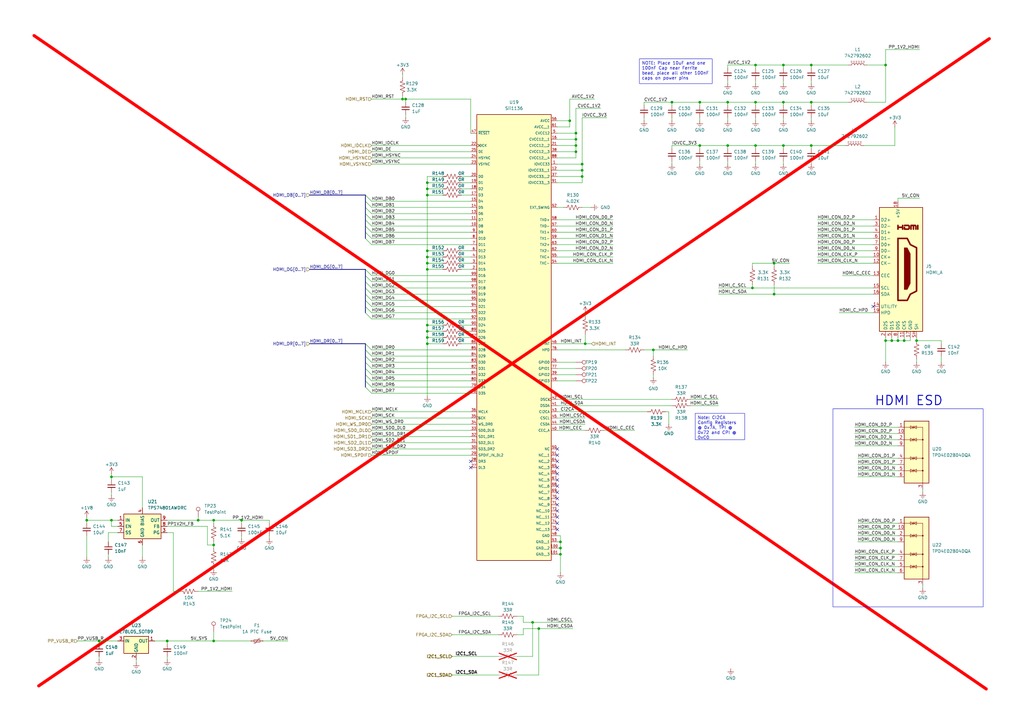
<source format=kicad_sch>
(kicad_sch (version 20250114) (generator "eeschema") (generator_version "9.0")
  (paper "A3")
  (title_block (title "HDMI Transmitter") (date "2025-02-18") (rev "3.0") (company "Drexel University") (comment 1 "Designed by John Hofmeyr"))
  (rectangle (start 341.63 167.64) (end 403.225 248.92))
  (text "HDMI ESD" (at 372.745 164.465 0) (effects (font (size 3.81 3.81) (thickness 0.381) (bold yes))))
  (text_box "Note: CI2CA Config Registers @ 0x7A, TPI @ 0x72 and CPI @ 0xC0" (at 285.115 169.545 0) (size 20.32 10.795) (margins 0.9525 0.9525 0.9525 0.9525) (effects (font (size 1.27 1.27)) (justify left top)))
  (text_box "NOTE: Place 10uF and one 100nF Cap near Ferrite bead, place all other 100nF caps on power pins\n" (at 262.255 24.13 0) (size 29.845 10.16) (margins 0.9525 0.9525 0.9525 0.9525) (effects (font (size 1.27 1.27)) (justify left top)))
  (junction (at 275.59 41.91))
  (junction (at 309.88 26.67))
  (junction (at 332.74 59.69))
  (junction (at 236.22 59.69))
  (junction (at 99.06 213.36))
  (junction (at 175.26 80.01))
  (junction (at 238.76 67.31))
  (junction (at 363.22 139.7))
  (junction (at 87.63 223.52))
  (junction (at 309.88 59.69))
  (junction (at 308.61 118.11))
  (junction (at 175.26 110.49))
  (junction (at 363.22 26.67))
  (junction (at 236.22 57.15))
  (junction (at 166.37 40.64))
  (junction (at 317.5 107.95))
  (junction (at 68.58 262.89))
  (junction (at 287.02 41.91))
  (junction (at 45.72 195.58))
  (junction (at 321.31 41.91))
  (junction (at 321.31 26.67))
  (junction (at 40.64 262.89))
  (junction (at 238.76 69.85))
  (junction (at 267.97 143.51))
  (junction (at 175.26 105.41))
  (junction (at 298.45 59.69))
  (junction (at 81.28 213.36))
  (junction (at 321.31 59.69))
  (junction (at 375.92 139.7))
  (junction (at 370.84 139.7))
  (junction (at 175.26 135.89))
  (junction (at 332.74 41.91))
  (junction (at 175.26 140.97))
  (junction (at 317.5 120.65))
  (junction (at 229.87 227.33))
  (junction (at 165.1 40.64))
  (junction (at 233.68 49.53))
  (junction (at 35.56 213.36))
  (junction (at 45.72 213.36))
  (junction (at 236.22 62.23))
  (junction (at 309.88 41.91))
  (junction (at 236.22 54.61))
  (junction (at 229.87 224.79))
  (junction (at 368.3 139.7))
  (junction (at 229.87 222.25))
  (junction (at 218.44 255.27))
  (junction (at 175.26 77.47))
  (junction (at 332.74 26.67))
  (junction (at 238.76 72.39))
  (junction (at 87.63 262.89))
  (junction (at 287.02 59.69))
  (junction (at 240.03 140.97))
  (junction (at 175.26 138.43))
  (junction (at 175.26 74.93))
  (junction (at 365.76 139.7))
  (junction (at 175.26 107.95))
  (junction (at 298.45 41.91))
  (junction (at 175.26 133.35))
  (junction (at 87.63 213.36))
  (junction (at 220.98 257.81))
  (junction (at 175.26 102.87))
  (no_connect (at 228.6 201.93))
  (no_connect (at 228.6 196.85))
  (no_connect (at 228.6 207.01))
  (no_connect (at 228.6 186.69))
  (no_connect (at 228.6 194.31))
  (no_connect (at 228.6 214.63))
  (no_connect (at 228.6 199.39))
  (no_connect (at 228.6 217.17))
  (no_connect (at 228.6 189.23))
  (no_connect (at 228.6 184.15))
  (no_connect (at 228.6 191.77))
  (no_connect (at 193.04 191.77))
  (no_connect (at 228.6 212.09))
  (no_connect (at 193.04 189.23))
  (no_connect (at 228.6 209.55))
  (no_connect (at 358.14 125.73))
  (no_connect (at 228.6 204.47))
  (bus_entry (at 149.86 148.59) (size 2.54 2.54))
  (bus_entry (at 149.86 125.73) (size 2.54 2.54))
  (bus_entry (at 149.86 110.49) (size 2.54 2.54))
  (bus_entry (at 149.86 123.19) (size 2.54 2.54))
  (bus_entry (at 149.86 85.09) (size 2.54 2.54))
  (bus_entry (at 149.86 128.27) (size 2.54 2.54))
  (bus_entry (at 149.86 90.17) (size 2.54 2.54))
  (bus_entry (at 149.86 113.03) (size 2.54 2.54))
  (bus_entry (at 149.86 95.25) (size 2.54 2.54))
  (bus_entry (at 149.86 156.21) (size 2.54 2.54))
  (bus_entry (at 149.86 87.63) (size 2.54 2.54))
  (bus_entry (at 149.86 120.65) (size 2.54 2.54))
  (bus_entry (at 149.86 92.71) (size 2.54 2.54))
  (bus_entry (at 149.86 140.97) (size 2.54 2.54))
  (bus_entry (at 149.86 158.75) (size 2.54 2.54))
  (bus_entry (at 149.86 80.01) (size 2.54 2.54))
  (bus_entry (at 149.86 143.51) (size 2.54 2.54))
  (bus_entry (at 149.86 151.13) (size 2.54 2.54))
  (bus_entry (at 149.86 97.79) (size 2.54 2.54))
  (bus_entry (at 149.86 146.05) (size 2.54 2.54))
  (bus_entry (at 149.86 153.67) (size 2.54 2.54))
  (bus_entry (at 149.86 118.11) (size 2.54 2.54))
  (bus_entry (at 149.86 115.57) (size 2.54 2.54))
  (bus_entry (at 149.86 82.55) (size 2.54 2.54))
  (wire (pts (xy 236.22 59.69) (xy 236.22 57.15)))
  (wire (pts (xy 85.09 215.9) (xy 85.09 223.52)))
  (wire (pts (xy 175.26 74.93) (xy 181.61 74.93)))
  (wire (pts (xy 214.63 257.81) (xy 220.98 257.81)))
  (wire (pts (xy 233.68 40.64) (xy 243.84 40.64)))
  (wire (pts (xy 175.26 80.01) (xy 175.26 102.87)))
  (wire (pts (xy 228.6 69.85) (xy 238.76 69.85)))
  (wire (pts (xy 175.26 80.01) (xy 181.61 80.01)))
  (wire (pts (xy 228.6 168.91) (xy 265.43 168.91)))
  (wire (pts (xy 68.58 269.24) (xy 68.58 270.51)))
  (wire (pts (xy 298.45 26.67) (xy 298.45 27.94)))
  (wire (pts (xy 386.08 140.97) (xy 386.08 139.7)))
  (wire (pts (xy 175.26 105.41) (xy 175.26 107.95)))
  (wire (pts (xy 375.92 147.32) (xy 375.92 148.59)))
  (wire (pts (xy 321.31 66.04) (xy 321.31 67.31)))
  (wire (pts (xy 351.79 214.63) (xy 368.3 214.63)))
  (wire (pts (xy 267.97 143.51) (xy 281.94 143.51)))
  (wire (pts (xy 152.4 62.23) (xy 193.04 62.23)))
  (wire (pts (xy 228.6 49.53) (xy 233.68 49.53)))
  (wire (pts (xy 152.4 120.65) (xy 193.04 120.65)))
  (wire (pts (xy 321.31 48.26) (xy 321.31 49.53)))
  (wire (pts (xy 228.6 59.69) (xy 236.22 59.69)))
  (wire (pts (xy 175.26 105.41) (xy 181.61 105.41)))
  (wire (pts (xy 321.31 41.91) (xy 332.74 41.91)))
  (wire (pts (xy 228.6 54.61) (xy 236.22 54.61)))
  (wire (pts (xy 152.4 67.31) (xy 193.04 67.31)))
  (wire (pts (xy 321.31 59.69) (xy 332.74 59.69)))
  (bus (pts (xy 149.86 153.67) (xy 149.86 151.13)))
  (wire (pts (xy 351.79 190.5) (xy 368.3 190.5)))
  (wire (pts (xy 351.79 193.04) (xy 368.3 193.04)))
  (wire (pts (xy 87.63 259.08) (xy 87.63 262.89)))
  (wire (pts (xy 321.31 59.69) (xy 321.31 60.96)))
  (wire (pts (xy 236.22 62.23) (xy 236.22 59.69)))
  (bus (pts (xy 149.86 82.55) (xy 149.86 80.01)))
  (wire (pts (xy 189.23 110.49) (xy 193.04 110.49)))
  (wire (pts (xy 309.88 59.69) (xy 309.88 60.96)))
  (wire (pts (xy 58.42 195.58) (xy 58.42 208.28)))
  (wire (pts (xy 350.52 175.26) (xy 368.3 175.26)))
  (wire (pts (xy 378.46 240.03) (xy 378.46 241.3)))
  (wire (pts (xy 264.16 48.26) (xy 264.16 49.53)))
  (wire (pts (xy 85.09 223.52) (xy 87.63 223.52)))
  (bus (pts (xy 149.86 115.57) (xy 149.86 113.03)))
  (wire (pts (xy 212.09 269.24) (xy 218.44 269.24)))
  (wire (pts (xy 214.63 255.27) (xy 218.44 255.27)))
  (wire (pts (xy 220.98 257.81) (xy 234.95 257.81)))
  (wire (pts (xy 152.4 92.71) (xy 193.04 92.71)))
  (wire (pts (xy 68.58 262.89) (xy 87.63 262.89)))
  (wire (pts (xy 375.92 138.43) (xy 375.92 139.7)))
  (wire (pts (xy 351.79 187.96) (xy 368.3 187.96)))
  (wire (pts (xy 175.26 110.49) (xy 181.61 110.49)))
  (wire (pts (xy 351.79 222.25) (xy 368.3 222.25)))
  (wire (pts (xy 152.4 148.59) (xy 193.04 148.59)))
  (wire (pts (xy 298.45 59.69) (xy 309.88 59.69)))
  (wire (pts (xy 274.32 168.91) (xy 274.32 173.99)))
  (wire (pts (xy 321.31 26.67) (xy 321.31 27.94)))
  (wire (pts (xy 247.65 176.53) (xy 260.35 176.53)))
  (wire (pts (xy 40.64 262.89) (xy 40.64 264.16)))
  (wire (pts (xy 298.45 26.67) (xy 309.88 26.67)))
  (wire (pts (xy 368.3 82.55) (xy 368.3 81.28)))
  (bus (pts (xy 149.86 158.75) (xy 149.86 156.21)))
  (bus (pts (xy 149.86 120.65) (xy 149.86 118.11)))
  (wire (pts (xy 350.52 182.88) (xy 368.3 182.88)))
  (wire (pts (xy 309.88 33.02) (xy 309.88 34.29)))
  (wire (pts (xy 308.61 107.95) (xy 317.5 107.95)))
  (wire (pts (xy 185.42 276.86) (xy 204.47 276.86)))
  (wire (pts (xy 350.52 229.87) (xy 368.3 229.87)))
  (wire (pts (xy 229.87 227.33) (xy 229.87 234.95)))
  (wire (pts (xy 267.97 153.67) (xy 267.97 154.94)))
  (wire (pts (xy 99.06 213.36) (xy 99.06 214.63)))
  (wire (pts (xy 351.79 195.58) (xy 368.3 195.58)))
  (wire (pts (xy 152.4 125.73) (xy 193.04 125.73)))
  (bus (pts (xy 149.86 151.13) (xy 149.86 148.59)))
  (wire (pts (xy 321.31 26.67) (xy 332.74 26.67)))
  (wire (pts (xy 35.56 212.09) (xy 35.56 213.36)))
  (wire (pts (xy 193.04 40.64) (xy 193.04 54.61)))
  (bus (pts (xy 149.86 143.51) (xy 149.86 140.97)))
  (wire (pts (xy 152.4 161.29) (xy 193.04 161.29)))
  (wire (pts (xy 152.4 64.77) (xy 193.04 64.77)))
  (wire (pts (xy 152.4 128.27) (xy 193.04 128.27)))
  (wire (pts (xy 175.26 133.35) (xy 175.26 135.89)))
  (wire (pts (xy 212.09 276.86) (xy 220.98 276.86)))
  (wire (pts (xy 165.1 39.37) (xy 165.1 40.64)))
  (wire (pts (xy 189.23 140.97) (xy 193.04 140.97)))
  (wire (pts (xy 152.4 40.64) (xy 165.1 40.64)))
  (bus (pts (xy 127 140.97) (xy 149.86 140.97)))
  (wire (pts (xy 298.45 66.04) (xy 298.45 67.31)))
  (bus (pts (xy 149.86 95.25) (xy 149.86 92.71)))
  (wire (pts (xy 175.26 110.49) (xy 175.26 133.35)))
  (wire (pts (xy 287.02 59.69) (xy 298.45 59.69)))
  (wire (pts (xy 166.37 40.64) (xy 166.37 41.91)))
  (wire (pts (xy 335.28 95.25) (xy 358.14 95.25)))
  (wire (pts (xy 378.46 200.66) (xy 378.46 201.93)))
  (wire (pts (xy 354.33 59.69) (xy 367.03 59.69)))
  (wire (pts (xy 45.72 194.31) (xy 45.72 195.58)))
  (wire (pts (xy 355.6 26.67) (xy 363.22 26.67)))
  (wire (pts (xy 233.68 52.07) (xy 233.68 49.53)))
  (wire (pts (xy 287.02 48.26) (xy 287.02 49.53)))
  (wire (pts (xy 55.88 270.51) (xy 55.88 271.78)))
  (wire (pts (xy 45.72 215.9) (xy 45.72 213.36)))
  (wire (pts (xy 350.52 234.95) (xy 368.3 234.95)))
  (wire (pts (xy 175.26 74.93) (xy 175.26 77.47)))
  (wire (pts (xy 152.4 118.11) (xy 193.04 118.11)))
  (wire (pts (xy 370.84 139.7) (xy 373.38 139.7)))
  (wire (pts (xy 189.23 135.89) (xy 193.04 135.89)))
  (wire (pts (xy 236.22 54.61) (xy 236.22 44.45)))
  (wire (pts (xy 181.61 102.87) (xy 175.26 102.87)))
  (wire (pts (xy 332.74 48.26) (xy 332.74 49.53)))
  (wire (pts (xy 31.75 262.89) (xy 40.64 262.89)))
  (wire (pts (xy 298.45 33.02) (xy 298.45 34.29)))
  (wire (pts (xy 87.63 213.36) (xy 87.63 214.63)))
  (wire (pts (xy 283.21 166.37) (xy 294.64 166.37)))
  (wire (pts (xy 87.63 223.52) (xy 87.63 224.79)))
  (wire (pts (xy 236.22 57.15) (xy 236.22 54.61)))
  (wire (pts (xy 68.58 215.9) (xy 85.09 215.9)))
  (wire (pts (xy 152.4 151.13) (xy 193.04 151.13)))
  (wire (pts (xy 152.4 186.69) (xy 193.04 186.69)))
  (wire (pts (xy 152.4 153.67) (xy 193.04 153.67)))
  (wire (pts (xy 189.23 74.93) (xy 193.04 74.93)))
  (wire (pts (xy 228.6 173.99) (xy 240.03 173.99)))
  (wire (pts (xy 351.79 219.71) (xy 368.3 219.71)))
  (wire (pts (xy 321.31 41.91) (xy 321.31 43.18)))
  (wire (pts (xy 350.52 227.33) (xy 368.3 227.33)))
  (wire (pts (xy 273.05 168.91) (xy 274.32 168.91)))
  (wire (pts (xy 275.59 59.69) (xy 275.59 60.96)))
  (wire (pts (xy 363.22 26.67) (xy 363.22 41.91)))
  (wire (pts (xy 332.74 41.91) (xy 347.98 41.91)))
  (wire (pts (xy 229.87 224.79) (xy 229.87 227.33)))
  (wire (pts (xy 228.6 52.07) (xy 233.68 52.07)))
  (wire (pts (xy 308.61 109.22) (xy 308.61 107.95)))
  (wire (pts (xy 48.26 262.89) (xy 40.64 262.89)))
  (wire (pts (xy 309.88 66.04) (xy 309.88 67.31)))
  (wire (pts (xy 294.64 120.65) (xy 317.5 120.65)))
  (wire (pts (xy 287.02 66.04) (xy 287.02 67.31)))
  (wire (pts (xy 175.26 107.95) (xy 175.26 110.49)))
  (wire (pts (xy 236.22 153.67) (xy 228.6 153.67)))
  (wire (pts (xy 152.4 176.53) (xy 193.04 176.53)))
  (bus (pts (xy 149.86 156.21) (xy 149.86 153.67)))
  (wire (pts (xy 152.4 97.79) (xy 193.04 97.79)))
  (wire (pts (xy 175.26 135.89) (xy 175.26 138.43)))
  (wire (pts (xy 365.76 138.43) (xy 365.76 139.7)))
  (wire (pts (xy 175.26 140.97) (xy 181.61 140.97)))
  (polyline (pts (xy 405.765 15.875) (xy 15.875 281.305)) (stroke (width 1.27) (color 255 0 2 1)))
  (wire (pts (xy 298.45 59.69) (xy 298.45 60.96)))
  (wire (pts (xy 175.26 102.87) (xy 175.26 105.41)))
  (wire (pts (xy 220.98 257.81) (xy 220.98 276.86)))
  (wire (pts (xy 81.28 212.09) (xy 81.28 213.36)))
  (wire (pts (xy 355.6 41.91) (xy 363.22 41.91)))
  (wire (pts (xy 152.4 123.19) (xy 193.04 123.19)))
  (bus (pts (xy 149.86 113.03) (xy 149.86 110.49)))
  (wire (pts (xy 332.74 26.67) (xy 347.98 26.67)))
  (bus (pts (xy 149.86 90.17) (xy 149.86 87.63)))
  (wire (pts (xy 166.37 40.64) (xy 193.04 40.64)))
  (wire (pts (xy 251.46 97.79) (xy 228.6 97.79)))
  (wire (pts (xy 275.59 66.04) (xy 275.59 67.31)))
  (wire (pts (xy 152.4 85.09) (xy 193.04 85.09)))
  (bus (pts (xy 149.86 123.19) (xy 149.86 120.65)))
  (wire (pts (xy 189.23 105.41) (xy 193.04 105.41)))
  (wire (pts (xy 152.4 95.25) (xy 193.04 95.25)))
  (wire (pts (xy 152.4 184.15) (xy 193.04 184.15)))
  (wire (pts (xy 185.42 260.35) (xy 204.47 260.35)))
  (wire (pts (xy 363.22 20.32) (xy 377.19 20.32)))
  (bus (pts (xy 149.86 128.27) (xy 149.86 125.73)))
  (wire (pts (xy 308.61 116.84) (xy 308.61 118.11)))
  (wire (pts (xy 87.63 222.25) (xy 87.63 223.52)))
  (wire (pts (xy 317.5 107.95) (xy 323.85 107.95)))
  (wire (pts (xy 332.74 66.04) (xy 332.74 67.31)))
  (wire (pts (xy 152.4 82.55) (xy 193.04 82.55)))
  (bus (pts (xy 149.86 92.71) (xy 149.86 90.17)))
  (wire (pts (xy 309.88 41.91) (xy 321.31 41.91)))
  (wire (pts (xy 335.28 92.71) (xy 358.14 92.71)))
  (wire (pts (xy 228.6 62.23) (xy 236.22 62.23)))
  (wire (pts (xy 309.88 26.67) (xy 309.88 27.94)))
  (wire (pts (xy 35.56 213.36) (xy 45.72 213.36)))
  (wire (pts (xy 228.6 85.09) (xy 231.14 85.09)))
  (wire (pts (xy 107.95 262.89) (xy 118.11 262.89)))
  (wire (pts (xy 251.46 105.41) (xy 228.6 105.41)))
  (wire (pts (xy 335.28 100.33) (xy 358.14 100.33)))
  (wire (pts (xy 321.31 33.02) (xy 321.31 34.29)))
  (wire (pts (xy 40.64 269.24) (xy 40.64 270.51)))
  (wire (pts (xy 275.59 41.91) (xy 275.59 43.18)))
  (wire (pts (xy 175.26 135.89) (xy 181.61 135.89)))
  (wire (pts (xy 283.21 163.83) (xy 294.64 163.83)))
  (wire (pts (xy 228.6 163.83) (xy 275.59 163.83)))
  (wire (pts (xy 238.76 69.85) (xy 238.76 72.39)))
  (wire (pts (xy 181.61 72.39) (xy 175.26 72.39)))
  (wire (pts (xy 175.26 107.95) (xy 181.61 107.95)))
  (wire (pts (xy 152.4 156.21) (xy 193.04 156.21)))
  (wire (pts (xy 236.22 151.13) (xy 228.6 151.13)))
  (wire (pts (xy 238.76 85.09) (xy 242.57 85.09)))
  (wire (pts (xy 212.09 260.35) (xy 214.63 260.35)))
  (wire (pts (xy 240.03 137.16) (xy 240.03 140.97)))
  (wire (pts (xy 81.28 213.36) (xy 87.63 213.36)))
  (wire (pts (xy 189.23 138.43) (xy 193.04 138.43)))
  (wire (pts (xy 228.6 57.15) (xy 236.22 57.15)))
  (wire (pts (xy 152.4 87.63) (xy 193.04 87.63)))
  (wire (pts (xy 45.72 201.93) (xy 45.72 203.2)))
  (wire (pts (xy 275.59 48.26) (xy 275.59 49.53)))
  (wire (pts (xy 294.64 118.11) (xy 308.61 118.11)))
  (wire (pts (xy 99.06 219.71) (xy 99.06 220.98)))
  (wire (pts (xy 233.68 40.64) (xy 233.68 49.53)))
  (wire (pts (xy 332.74 59.69) (xy 332.74 60.96)))
  (wire (pts (xy 45.72 195.58) (xy 45.72 196.85)))
  (wire (pts (xy 193.04 72.39) (xy 189.23 72.39)))
  (wire (pts (xy 175.26 77.47) (xy 175.26 80.01)))
  (wire (pts (xy 45.72 213.36) (xy 48.26 213.36)))
  (wire (pts (xy 228.6 171.45) (xy 240.03 171.45)))
  (wire (pts (xy 251.46 102.87) (xy 228.6 102.87)))
  (wire (pts (xy 228.6 166.37) (xy 275.59 166.37)))
  (wire (pts (xy 152.4 143.51) (xy 193.04 143.51)))
  (wire (pts (xy 309.88 48.26) (xy 309.88 49.53)))
  (bus (pts (xy 127 80.01) (xy 149.86 80.01)))
  (wire (pts (xy 240.03 128.27) (xy 240.03 129.54)))
  (wire (pts (xy 152.4 100.33) (xy 193.04 100.33)))
  (wire (pts (xy 228.6 143.51) (xy 256.54 143.51)))
  (wire (pts (xy 228.6 140.97) (xy 240.03 140.97)))
  (wire (pts (xy 368.3 138.43) (xy 368.3 139.7)))
  (wire (pts (xy 214.63 260.35) (xy 214.63 257.81)))
  (wire (pts (xy 228.6 219.71) (xy 229.87 219.71)))
  (wire (pts (xy 287.02 41.91) (xy 298.45 41.91)))
  (wire (pts (xy 332.74 33.02) (xy 332.74 34.29)))
  (wire (pts (xy 181.61 133.35) (xy 175.26 133.35)))
  (bus (pts (xy 149.86 118.11) (xy 149.86 115.57)))
  (wire (pts (xy 368.3 139.7) (xy 370.84 139.7)))
  (wire (pts (xy 189.23 107.95) (xy 193.04 107.95)))
  (wire (pts (xy 152.4 173.99) (xy 193.04 173.99)))
  (bus (pts (xy 149.86 97.79) (xy 149.86 95.25)))
  (wire (pts (xy 35.56 213.36) (xy 35.56 214.63)))
  (wire (pts (xy 71.12 242.57) (xy 71.12 218.44)))
  (wire (pts (xy 332.74 41.91) (xy 332.74 43.18)))
  (wire (pts (xy 236.22 156.21) (xy 228.6 156.21)))
  (wire (pts (xy 165.1 40.64) (xy 166.37 40.64)))
  (wire (pts (xy 363.22 139.7) (xy 363.22 148.59)))
  (wire (pts (xy 73.66 242.57) (xy 71.12 242.57)))
  (wire (pts (xy 81.28 242.57) (xy 95.25 242.57)))
  (bus (pts (xy 149.86 146.05) (xy 149.86 143.51)))
  (wire (pts (xy 370.84 138.43) (xy 370.84 139.7)))
  (wire (pts (xy 309.88 59.69) (xy 321.31 59.69)))
  (bus (pts (xy 149.86 87.63) (xy 149.86 85.09)))
  (wire (pts (xy 251.46 90.17) (xy 228.6 90.17)))
  (bus (pts (xy 127 110.49) (xy 149.86 110.49)))
  (wire (pts (xy 317.5 120.65) (xy 358.14 120.65)))
  (wire (pts (xy 238.76 74.93) (xy 238.76 72.39)))
  (wire (pts (xy 363.22 139.7) (xy 365.76 139.7)))
  (wire (pts (xy 350.52 177.8) (xy 368.3 177.8)))
  (wire (pts (xy 335.28 97.79) (xy 358.14 97.79)))
  (wire (pts (xy 152.4 130.81) (xy 193.04 130.81)))
  (wire (pts (xy 165.1 30.48) (xy 165.1 31.75)))
  (wire (pts (xy 251.46 95.25) (xy 228.6 95.25)))
  (wire (pts (xy 228.6 67.31) (xy 238.76 67.31)))
  (wire (pts (xy 229.87 219.71) (xy 229.87 222.25)))
  (wire (pts (xy 335.28 90.17) (xy 358.14 90.17)))
  (wire (pts (xy 345.44 113.03) (xy 358.14 113.03)))
  (wire (pts (xy 218.44 255.27) (xy 234.95 255.27)))
  (wire (pts (xy 344.17 128.27) (xy 358.14 128.27)))
  (wire (pts (xy 228.6 74.93) (xy 238.76 74.93)))
  (wire (pts (xy 152.4 181.61) (xy 193.04 181.61)))
  (wire (pts (xy 350.52 232.41) (xy 368.3 232.41)))
  (wire (pts (xy 152.4 171.45) (xy 193.04 171.45)))
  (wire (pts (xy 58.42 223.52) (xy 58.42 228.6)))
  (wire (pts (xy 152.4 59.69) (xy 193.04 59.69)))
  (wire (pts (xy 110.49 213.36) (xy 110.49 214.63)))
  (wire (pts (xy 287.02 41.91) (xy 287.02 43.18)))
  (wire (pts (xy 48.26 218.44) (xy 44.45 218.44)))
  (wire (pts (xy 317.5 116.84) (xy 317.5 120.65)))
  (wire (pts (xy 298.45 41.91) (xy 309.88 41.91)))
  (wire (pts (xy 152.4 179.07) (xy 193.04 179.07)))
  (wire (pts (xy 228.6 72.39) (xy 238.76 72.39)))
  (wire (pts (xy 228.6 227.33) (xy 229.87 227.33)))
  (wire (pts (xy 351.79 217.17) (xy 368.3 217.17)))
  (wire (pts (xy 228.6 224.79) (xy 229.87 224.79)))
  (wire (pts (xy 44.45 218.44) (xy 44.45 222.25)))
  (wire (pts (xy 212.09 252.73) (xy 214.63 252.73)))
  (wire (pts (xy 193.04 133.35) (xy 189.23 133.35)))
  (wire (pts (xy 287.02 59.69) (xy 287.02 60.96)))
  (polyline (pts (xy 13.97 14.605) (xy 404.495 282.575)) (stroke (width 1.27) (color 255 0 2 1)))
  (wire (pts (xy 152.4 146.05) (xy 193.04 146.05)))
  (wire (pts (xy 335.28 105.41) (xy 358.14 105.41)))
  (wire (pts (xy 68.58 213.36) (xy 81.28 213.36)))
  (wire (pts (xy 193.04 102.87) (xy 189.23 102.87)))
  (wire (pts (xy 45.72 195.58) (xy 58.42 195.58)))
  (wire (pts (xy 87.63 232.41) (xy 87.63 233.68)))
  (wire (pts (xy 175.26 72.39) (xy 175.26 74.93)))
  (wire (pts (xy 175.26 138.43) (xy 175.26 140.97)))
  (wire (pts (xy 175.26 140.97) (xy 175.26 162.56)))
  (wire (pts (xy 363.22 20.32) (xy 363.22 26.67)))
  (wire (pts (xy 275.59 59.69) (xy 287.02 59.69)))
  (wire (pts (xy 386.08 146.05) (xy 386.08 148.59)))
  (wire (pts (xy 99.06 213.36) (xy 110.49 213.36)))
  (wire (pts (xy 68.58 264.16) (xy 68.58 262.89)))
  (wire (pts (xy 44.45 227.33) (xy 44.45 228.6)))
  (wire (pts (xy 236.22 148.59) (xy 228.6 148.59)))
  (wire (pts (xy 264.16 41.91) (xy 264.16 43.18)))
  (wire (pts (xy 251.46 100.33) (xy 228.6 100.33)))
  (wire (pts (xy 332.74 59.69) (xy 346.71 59.69)))
  (wire (pts (xy 229.87 222.25) (xy 229.87 224.79)))
  (bus (pts (xy 149.86 125.73) (xy 149.86 123.19)))
  (wire (pts (xy 214.63 252.73) (xy 214.63 255.27)))
  (wire (pts (xy 175.26 77.47) (xy 181.61 77.47)))
  (wire (pts (xy 298.45 48.26) (xy 298.45 49.53)))
  (wire (pts (xy 87.63 262.89) (xy 102.87 262.89)))
  (wire (pts (xy 264.16 143.51) (xy 267.97 143.51)))
  (wire (pts (xy 363.22 138.43) (xy 363.22 139.7)))
  (wire (pts (xy 317.5 107.95) (xy 317.5 109.22)))
  (wire (pts (xy 264.16 41.91) (xy 275.59 41.91)))
  (bus (pts (xy 149.86 85.09) (xy 149.86 82.55)))
  (wire (pts (xy 368.3 81.28) (xy 377.19 81.28)))
  (wire (pts (xy 365.76 139.7) (xy 368.3 139.7)))
  (wire (pts (xy 228.6 222.25) (xy 229.87 222.25)))
  (wire (pts (xy 35.56 219.71) (xy 35.56 228.6)))
  (wire (pts (xy 152.4 168.91) (xy 193.04 168.91)))
  (wire (pts (xy 175.26 138.43) (xy 181.61 138.43)))
  (wire (pts (xy 152.4 158.75) (xy 193.04 158.75)))
  (wire (pts (xy 218.44 255.27) (xy 218.44 269.24)))
  (wire (pts (xy 332.74 26.67) (xy 332.74 27.94)))
  (wire (pts (xy 308.61 118.11) (xy 358.14 118.11)))
  (wire (pts (xy 166.37 46.99) (xy 166.37 48.26)))
  (wire (pts (xy 87.63 213.36) (xy 99.06 213.36)))
  (wire (pts (xy 185.42 269.24) (xy 204.47 269.24)))
  (wire (pts (xy 110.49 219.71) (xy 110.49 220.98)))
  (wire (pts (xy 152.4 90.17) (xy 193.04 90.17)))
  (bus (pts (xy 149.86 148.59) (xy 149.86 146.05)))
  (wire (pts (xy 189.23 77.47) (xy 193.04 77.47)))
  (wire (pts (xy 228.6 176.53) (xy 240.03 176.53)))
  (wire (pts (xy 267.97 143.51) (xy 267.97 146.05)))
  (wire (pts (xy 48.26 215.9) (xy 45.72 215.9)))
  (wire (pts (xy 298.45 41.91) (xy 298.45 43.18)))
  (wire (pts (xy 152.4 115.57) (xy 193.04 115.57)))
  (wire (pts (xy 367.03 52.07) (xy 367.03 59.69)))
  (wire (pts (xy 335.28 102.87) (xy 358.14 102.87)))
  (wire (pts (xy 373.38 138.43) (xy 373.38 139.7)))
  (wire (pts (xy 236.22 64.77) (xy 236.22 62.23)))
  (wire (pts (xy 350.52 180.34) (xy 368.3 180.34)))
  (wire (pts (xy 240.03 140.97) (xy 242.57 140.97)))
  (wire (pts (xy 63.5 262.89) (xy 68.58 262.89)))
  (wire (pts (xy 185.42 252.73) (xy 204.47 252.73)))
  (wire (pts (xy 309.88 41.91) (xy 309.88 43.18)))
  (wire (pts (xy 335.28 107.95) (xy 358.14 107.95)))
  (wire (pts (xy 309.88 26.67) (xy 321.31 26.67)))
  (wire (pts (xy 228.6 64.77) (xy 236.22 64.77)))
  (wire (pts (xy 251.46 107.95) (xy 228.6 107.95)))
  (wire (pts (xy 275.59 41.91) (xy 287.02 41.91)))
  (wire (pts (xy 152.4 113.03) (xy 193.04 113.03)))
  (wire (pts (xy 71.12 218.44) (xy 68.58 218.44)))
  (wire (pts (xy 251.46 92.71) (xy 228.6 92.71)))
  (wire (pts (xy 238.76 48.26) (xy 248.92 48.26)))
  (wire (pts (xy 238.76 67.31) (xy 238.76 69.85)))
  (wire (pts (xy 386.08 139.7) (xy 375.92 139.7)))
  (wire (pts (xy 236.22 44.45) (xy 246.38 44.45)))
  (wire (pts (xy 238.76 67.31) (xy 238.76 48.26)))
  (wire (pts (xy 189.23 80.01) (xy 193.04 80.01)))
  (label "HDMI_CON_D1_N" (at 351.79 193.04 0))
  (label "HDMI_SD0_DL0" (at 152.4 176.53 0))
  (label "HDMI_CSCL" (at 240.03 171.45 180))
  (label "HDMI_C_HPD" (at 344.17 128.27 0))
  (label "5V_CON" (at 118.11 262.89 180))
  (label "HDMI_DR0" (at 152.4 143.51 0))
  (label "HDMI_SPDIF" (at 152.4 186.69 0))
  (label "HDMI_C_SCL" (at 294.64 163.83 180))
  (label "PP_1V2_HDMI" (at 95.25 213.36 0))
  (label "HDMI_CON_D0_P" (at 351.79 214.63 0))
  (label "HDMI_CON_D1_N" (at 335.28 97.79 0))
  (label "HDMI_C_SDA" (at 294.64 120.65 0))
  (label "HDMI_DR5" (at 152.4 156.21 0))
  (label "HDMI_CON_D2_P" (at 350.52 175.26 0))
  (label "HDMI_DG0" (at 152.4 113.03 0))
  (label "HDMI_CON_CLK_N" (at 350.52 232.41 0))
  (label "HDMI_DR3" (at 152.4 151.13 0))
  (label "HDMI_SDA" (at 229.87 166.37 0))
  (label "HDMI_CEC" (at 238.76 176.53 180))
  (label "HDMI_CON_D2_N" (at 335.28 92.71 0))
  (label "CVCC_1V2" (at 264.16 41.91 0))
  (label "HDMI_SD3_DR2" (at 152.4 184.15 0))
  (label "HDMI_CON_CLK_P" (at 350.52 227.33 0))
  (label "HDMI_CON_D2_P" (at 350.52 177.8 0))
  (label "HDMI_CON_D2_P" (at 335.28 90.17 0))
  (label "HDMI_DB3" (at 152.4 90.17 0))
  (label "HDMI_DE" (at 152.4 62.23 0))
  (label "HDMI_CON_CLK_N" (at 335.28 107.95 0))
  (label "HDMI_DG1" (at 152.4 115.57 0))
  (label "5V_CON" (at 323.85 107.95 180))
  (label "PP_1V2_HDMI" (at 95.25 242.57 180))
  (label "HDMI_DR7" (at 152.4 161.29 0))
  (label "HDMI_DR4" (at 152.4 153.67 0))
  (label "HDMI_C_SCL" (at 294.64 118.11 0))
  (label "HDMI_HSYNC" (at 152.4 64.77 0))
  (label "HDMI_CON_D1_P" (at 351.79 190.5 0))
  (label "I2C1_SCL" (at 186.69 269.24 0) (effects (font (bold yes))))
  (label "HDMI_CON_D2_P" (at 251.46 100.33 180))
  (label "HDMI_DG[0..7]" (at 127 110.49 0))
  (label "HDMI_WS_DR0" (at 152.4 173.99 0))
  (label "Ci2CA" (at 229.87 168.91 0))
  (label "AVCC_1V2" (at 243.84 40.64 180))
  (label "HDMI_DB2" (at 152.4 87.63 0))
  (label "HDMI_CON_D0_P" (at 351.79 217.17 0))
  (label "HDMI_DB[0..7]" (at 127 80.01 0))
  (label "IOVCC_3V3" (at 248.92 48.26 180))
  (label "HDMI_CON_D1_N" (at 251.46 97.79 180))
  (label "AVCC_1V2" (at 298.45 26.67 0))
  (label "HDMI_CON_D0_P" (at 251.46 90.17 180))
  (label "HDMI_CON_D1_P" (at 251.46 95.25 180))
  (label "HDMI_CON_CLK_P" (at 251.46 105.41 180))
  (label "PP1V2H_FB" (at 68.58 215.9 0))
  (label "HDMI_CON_CLK_N" (at 251.46 107.95 180))
  (label "HDMI_CON_D0_N" (at 351.79 219.71 0))
  (label "HDMI_CSCL" (at 234.95 255.27 180))
  (label "HDMI_SD2_DL1" (at 152.4 181.61 0))
  (label "HDMI_C_CEC" (at 345.44 113.03 0))
  (label "HDMI_SD1_DR1" (at 152.4 179.07 0))
  (label "HDMI_DB7" (at 152.4 100.33 0))
  (label "HDMI_DR2" (at 152.4 148.59 0))
  (label "IOVCC_3V3" (at 275.59 59.69 0))
  (label "HDMI_DB0" (at 152.4 82.55 0))
  (label "HDMI_C_HPD" (at 281.94 143.51 180))
  (label "I2C1_SDA" (at 186.69 276.86 0) (effects (font (bold yes))))
  (label "5V_SYS" (at 85.09 262.89 180))
  (label "HDMI_CON_D2_N" (at 350.52 182.88 0))
  (label "HDMI_DG3" (at 152.4 120.65 0))
  (label "HDMI_SCK" (at 152.4 171.45 0))
  (label "HDMI_CON_D0_N" (at 251.46 92.71 180))
  (label "HDMI_DR[0..7]" (at 127 140.97 0))
  (label "HDMI_C_SDA" (at 294.64 166.37 180))
  (label "HDMI_CSDA" (at 240.03 173.99 180))
  (label "HDMI_DB1" (at 152.4 85.09 0))
  (label "HDMI_CON_CLK_P" (at 350.52 229.87 0))
  (label "HDMI_CON_D0_N" (at 351.79 222.25 0))
  (label "HDMI_CON_D2_N" (at 350.52 180.34 0))
  (label "HDMI_DG4" (at 152.4 123.19 0))
  (label "HDMI_IDCLK" (at 152.4 59.69 0))
  (label "FPGA_I2C_SCL" (at 187.96 252.73 0))
  (label "HDMI_DR1" (at 152.4 146.05 0))
  (label "HDMI_INT" (at 229.87 140.97 0))
  (label "HDMI_CON_D1_N" (at 351.79 195.58 0))
  (label "CVCC_1V2" (at 246.38 44.45 180))
  (label "HDMI_DG2" (at 152.4 118.11 0))
  (label "HDMI_CSDA" (at 234.95 257.81 180))
  (label "HDMI_CON_D1_P" (at 351.79 187.96 0))
  (label "HDMI_C_CEC" (at 260.35 176.53 180))
  (label "HDMI_CON_D2_N" (at 251.46 102.87 180))
  (label "HDMI_CON_D1_P" (at 335.28 95.25 0))
  (label "HDMI_SCL" (at 229.87 163.83 0))
  (label "HDMI_MCLK" (at 152.4 168.91 0))
  (label "5V_CON" (at 377.19 81.28 180))
  (label "HDMI_CON_CLK_N" (at 350.52 234.95 0))
  (label "HDMI_CON_D0_P" (at 335.28 100.33 0))
  (label "PP_1V2_HDMI" (at 377.19 20.32 180))
  (label "HDMI_DB4" (at 152.4 92.71 0))
  (label "PP_VUSB_R" (at 31.75 262.89 0))
  (label "HDMI_DG7" (at 152.4 130.81 0))
  (label "HDMI_DR6" (at 152.4 158.75 0))
  (label "HDMI_VSYNC" (at 152.4 67.31 0))
  (label "HDMI_DG6" (at 152.4 128.27 0))
  (label "HDMI_RST" (at 152.4 40.64 0))
  (label "HDMI_DB5" (at 152.4 95.25 0))
  (label "HDMI_DG5" (at 152.4 125.73 0))
  (label "FPGA_I2C_SDA" (at 187.96 260.35 0))
  (label "HDMI_DB6" (at 152.4 97.79 0))
  (label "HDMI_CON_CLK_P" (at 335.28 105.41 0))
  (label "HDMI_CON_D0_N" (at 335.28 102.87 0))
  (hierarchical_label "HDMI_DR[0..7]" (shape input) (at 127 140.97 180))
  (hierarchical_label "FPGA_I2C_SDA" (shape input) (at 185.42 260.35 180))
  (hierarchical_label "I2C1_SCL" (shape input) (at 185.42 269.24 180) (effects (font (bold yes))))
  (hierarchical_label "PP_VUSB_R" (shape input) (at 31.75 262.89 180))
  (hierarchical_label "HDMI_SD3_DR2" (shape input) (at 152.4 184.15 180))
  (hierarchical_label "HDMI_DG[0..7]" (shape input) (at 127 110.49 180))
  (hierarchical_label "HDMI_DE" (shape input) (at 152.4 62.23 180))
  (hierarchical_label "I2C1_SDA" (shape input) (at 185.42 276.86 180) (effects (font (bold yes))))
  (hierarchical_label "HDMI_MCLK" (shape input) (at 152.4 168.91 180))
  (hierarchical_label "HDMI_SD1_DR1" (shape input) (at 152.4 179.07 180))
  (hierarchical_label "HDMI_INT" (shape input) (at 242.57 140.97 0))
  (hierarchical_label "HDMI_RST" (shape input) (at 152.4 40.64 180))
  (hierarchical_label "HDMI_WS_DR0" (shape input) (at 152.4 173.99 180))
  (hierarchical_label "HDMI_SD0_DL0" (shape input) (at 152.4 176.53 180))
  (hierarchical_label "HDMI_SD2_DL1" (shape input) (at 152.4 181.61 180))
  (hierarchical_label "HDMI_VSYNC" (shape input) (at 152.4 67.31 180))
  (hierarchical_label "HDMI_IDCLK" (shape input) (at 152.4 59.69 180))
  (hierarchical_label "HDMI_HSYNC" (shape input) (at 152.4 64.77 180))
  (hierarchical_label "HDMI_DB[0..7]" (shape input) (at 127 80.01 180))
  (hierarchical_label "HDMI_SCK" (shape input) (at 152.4 171.45 180))
  (hierarchical_label "HDMI_SPDIF" (shape input) (at 152.4 186.69 180))
  (hierarchical_label "FPGA_I2C_SCL" (shape input) (at 185.42 252.73 180))
  (symbol (lib_id "power:GND") (at 87.63 233.68 0) (unit 1)
    (property "Reference" "#PWR0303" (effects (hide yes)))
    (property "Value" "GND" (at 87.63 237.49 0))
    (property "Description" "Power symbol creates a global label with name \"GND\" , ground" (effects (hide yes)))
  )
  (symbol (lib_id "power:GND") (at 35.56 228.6 0) (unit 1)
    (property "Reference" "#PWR0300" (effects (hide yes)))
    (property "Value" "GND" (at 35.56 232.41 0))
    (property "Description" "Power symbol creates a global label with name \"GND\" , ground" (effects (hide yes)))
  )
  (symbol (lib_id "Device:R_US") (at 185.42 77.47 270) (unit 1)
    (property "Reference" "R150" (at 179.705 76.2 90))
    (property "Value" "0R" (at 189.23 76.2 90))
    (property "Footprint" "Resistor_SMD:R_0201_0603Metric" (effects (hide yes)))
    (property "Description" "Resistor, US symbol" (effects (hide yes)))
  )
  (symbol (lib_id "Device:L_Ferrite") (at 351.79 26.67 90) (unit 1)
    (property "Reference" "L1" (at 351.79 20.32 90))
    (property "Value" "742792602" (at 351.79 22.86 90))
    (property "Footprint" "Inductor_SMD:L_0603_1608Metric" (effects (hide yes)))
    (property "Description" "Inductor with ferrite core" (effects (hide yes)))
  )
  (symbol (lib_id "power:GND") (at 309.88 34.29 0) (unit 1)
    (property "Reference" "#PWR0268" (effects (hide yes)))
    (property "Value" "GND" (at 309.88 38.1 0))
    (property "Description" "Power symbol creates a global label with name \"GND\" , ground" (effects (hide yes)))
  )
  (symbol (lib_id "Device:C_Small") (at 68.58 266.7 180) (unit 1)
    (property "Reference" "C149" (at 71.12 265.4235 0) (effects (justify right)))
    (property "Value" "100nF" (at 71.12 267.9635 0) (effects (justify right)))
    (property "Footprint" "Capacitor_SMD:C_0201_0603Metric" (effects (hide yes)))
    (property "Description" "Unpolarized capacitor, small symbol" (effects (hide yes)))
  )
  (symbol (lib_id "Device:C_Small") (at 40.64 266.7 0) (unit 1)
    (property "Reference" "C148" (at 43.18 265.4362 0) (effects (justify left)))
    (property "Value" "1uF" (at 43.18 267.9762 0) (effects (justify left)))
    (property "Footprint" "Capacitor_SMD:C_0201_0603Metric" (effects (hide yes)))
    (property "Description" "Unpolarized capacitor, small symbol" (effects (hide yes)))
  )
  (symbol (lib_id "power:GND") (at 363.22 148.59 0) (unit 1)
    (property "Reference" "#PWR0288" (effects (hide yes)))
    (property "Value" "GND" (at 363.22 152.4 0))
    (property "Description" "Power symbol creates a global label with name \"GND\" , ground" (effects (hide yes)))
  )
  (symbol (lib_id "Device:C_Small") (at 332.74 63.5 0) (unit 1)
    (property "Reference" "C141" (at 335.28 62.2362 0) (effects (justify left)))
    (property "Value" "10uF" (at 335.28 64.7762 0) (effects (justify left)))
    (property "Footprint" "Capacitor_SMD:C_0603_1608Metric" (effects (hide yes)))
    (property "Description" "Unpolarized capacitor, small symbol" (effects (hide yes)))
  )
  (symbol (lib_id "power:+1V8") (at 35.56 212.09 0) (unit 1)
    (property "Reference" "#PWR0297" (effects (hide yes)))
    (property "Value" "+1V8" (at 35.56 208.28 0))
    (property "Description" "Power symbol creates a global label with name \"+1V8\"" (effects (hide yes)))
  )
  (symbol (lib_id "Regulator_Linear:L78L05_SOT89") (at 55.88 262.89 0) (unit 1)
    (property "Reference" "U23" (at 55.88 256.54 0))
    (property "Value" "L78L05_SOT89" (at 55.88 259.08 0))
    (property "Footprint" "Package_TO_SOT_SMD:SOT-89-3" (effects (hide yes)))
    (property "Datasheet" "http://www.st.com/content/ccc/resource/technical/document/datasheet/15/55/e5/aa/23/5b/43/fd/CD00000446.pdf/files/CD00000446.pdf/jcr:content/translations/en.CD00000446.pdf" (effects (hide yes)))
    (property "Description" "Positive 100mA 30V Linear Regulator, Fixed Output 5V, SOT-89" (effects (hide yes)))
  )
  (symbol (lib_id "Device:R_US") (at 185.42 140.97 270) (unit 1)
    (property "Reference" "R159" (at 179.705 139.7 90))
    (property "Value" "0R" (at 189.23 139.7 90))
    (property "Footprint" "Resistor_SMD:R_0201_0603Metric" (effects (hide yes)))
    (property "Description" "Resistor, US symbol" (effects (hide yes)))
  )
  (symbol (lib_id "Device:C_Small") (at 386.08 143.51 0) (unit 1)
    (property "Reference" "C142" (at 388.62 142.2462 0) (effects (justify left)))
    (property "Value" "10nF" (at 388.62 144.7862 0) (effects (justify left)))
    (property "Footprint" "Capacitor_SMD:C_0201_0603Metric" (effects (hide yes)))
    (property "Description" "Unpolarized capacitor, small symbol" (effects (hide yes)))
  )
  (symbol (lib_id "power:GND") (at 309.88 49.53 0) (unit 1)
    (property "Reference" "#PWR0276" (effects (hide yes)))
    (property "Value" "GND" (at 309.88 53.34 0))
    (property "Description" "Power symbol creates a global label with name \"GND\" , ground" (effects (hide yes)))
  )
  (symbol (lib_id "Device:C_Small") (at 332.74 45.72 0) (unit 1)
    (property "Reference" "C135" (at 335.28 44.4562 0) (effects (justify left)))
    (property "Value" "10uF" (at 335.28 46.9962 0) (effects (justify left)))
    (property "Footprint" "Capacitor_SMD:C_0603_1608Metric" (effects (hide yes)))
    (property "Description" "Unpolarized capacitor, small symbol" (effects (hide yes)))
  )
  (symbol (lib_id "power:GND") (at 274.32 173.99 0) (mirror y) (unit 1)
    (property "Reference" "#PWR0293" (effects (hide yes)))
    (property "Value" "GND" (at 274.32 177.8 0))
    (property "Description" "Power symbol creates a global label with name \"GND\" , ground" (effects (hide yes)))
  )
  (symbol (lib_id "power:GND") (at 110.49 220.98 0) (unit 1)
    (property "Reference" "#PWR0299" (effects (hide yes)))
    (property "Value" "GND" (at 110.49 224.79 0))
    (property "Description" "Power symbol creates a global label with name \"GND\" , ground" (effects (hide yes)))
  )
  (symbol (lib_id "power:GND") (at 386.08 148.59 0) (unit 1)
    (property "Reference" "#PWR0290" (effects (hide yes)))
    (property "Value" "GND" (at 386.08 152.4 0))
    (property "Description" "Power symbol creates a global label with name \"GND\" , ground" (effects (hide yes)))
  )
  (symbol (lib_id "Device:C_Small") (at 35.56 217.17 0) (unit 1)
    (property "Reference" "C144" (at 38.1 215.9062 0) (effects (justify left)))
    (property "Value" "10uF" (at 38.1 218.4462 0) (effects (justify left)))
    (property "Footprint" "Capacitor_SMD:C_0603_1608Metric" (effects (hide yes)))
    (property "Description" "Unpolarized capacitor, small symbol" (effects (hide yes)))
  )
  (symbol (lib_id "power:GND") (at 309.88 67.31 0) (unit 1)
    (property "Reference" "#PWR0283" (effects (hide yes)))
    (property "Value" "GND" (at 309.88 71.12 0))
    (property "Description" "Power symbol creates a global label with name \"GND\" , ground" (effects (hide yes)))
  )
  (symbol (lib_id "Device:R_US") (at 185.42 110.49 270) (unit 1)
    (property "Reference" "R155" (at 179.705 109.22 90))
    (property "Value" "0R" (at 189.23 109.22 90))
    (property "Footprint" "Resistor_SMD:R_0201_0603Metric" (effects (hide yes)))
    (property "Description" "Resistor, US symbol" (effects (hide yes)))
  )
  (symbol (lib_id "Device:C_Small") (at 44.45 224.79 0) (unit 1)
    (property "Reference" "C147" (at 46.99 223.5262 0) (effects (justify left)))
    (property "Value" "10nF" (at 46.99 226.0662 0) (effects (justify left)))
    (property "Footprint" "Capacitor_SMD:C_0201_0603Metric" (effects (hide yes)))
    (property "Description" "Unpolarized capacitor, small symbol" (effects (hide yes)))
  )
  (symbol (lib_id "Device:R_US") (at 243.84 176.53 90) (unit 1)
    (property "Reference" "R140" (at 243.84 181.61 90))
    (property "Value" "33R" (at 243.84 179.07 90))
    (property "Footprint" "Resistor_SMD:R_0201_0603Metric" (effects (hide yes)))
    (property "Description" "Resistor, US symbol" (effects (hide yes)))
  )
  (symbol (lib_id "power:GND") (at 332.74 67.31 0) (unit 1)
    (property "Reference" "#PWR0285" (effects (hide yes)))
    (property "Value" "GND" (at 332.74 71.12 0))
    (property "Description" "Power symbol creates a global label with name \"GND\" , ground" (effects (hide yes)))
  )
  (symbol (lib_id "Device:R_US") (at 87.63 228.6 180) (unit 1)
    (property "Reference" "R142" (at 90.17 227.3299 0) (effects (justify right)))
    (property "Value" "10K" (at 90.17 229.8699 0) (effects (justify right)))
    (property "Footprint" "Resistor_SMD:R_0201_0603Metric" (effects (hide yes)))
    (property "Description" "Resistor, US symbol" (effects (hide yes)))
  )
  (symbol (lib_id "Device:R_US") (at 185.42 133.35 270) (unit 1)
    (property "Reference" "R156" (at 179.705 132.08 90))
    (property "Value" "0R" (at 189.23 132.08 90))
    (property "Footprint" "Resistor_SMD:R_0201_0603Metric" (effects (hide yes)))
    (property "Description" "Resistor, US symbol" (effects (hide yes)))
  )
  (symbol (lib_id "power:+3V3") (at 45.72 194.31 0) (unit 1)
    (property "Reference" "#PWR0294" (effects (hide yes)))
    (property "Value" "+3V3" (at 45.72 190.5 0))
    (property "Description" "Power symbol creates a global label with name \"+3V3\"" (effects (hide yes)))
  )
  (symbol (lib_id "power:GND") (at 45.72 203.2 0) (unit 1)
    (property "Reference" "#PWR0296" (effects (hide yes)))
    (property "Value" "GND" (at 45.72 207.01 0))
    (property "Description" "Power symbol creates a global label with name \"GND\" , ground" (effects (hide yes)))
  )
  (symbol (lib_id "power:GND") (at 40.64 270.51 0) (unit 1)
    (property "Reference" "#PWR0306" (effects (hide yes)))
    (property "Value" "GND" (at 40.64 274.32 0))
    (property "Description" "Power symbol creates a global label with name \"GND\" , ground" (effects (hide yes)))
  )
  (symbol (lib_id "Device:R_US") (at 185.42 72.39 270) (unit 1)
    (property "Reference" "R148" (at 179.705 71.12 90))
    (property "Value" "0R" (at 189.23 71.12 90))
    (property "Footprint" "Resistor_SMD:R_0201_0603Metric" (effects (hide yes)))
    (property "Description" "Resistor, US symbol" (effects (hide yes)))
  )
  (symbol (lib_id "power:GND") (at 275.59 67.31 0) (unit 1)
    (property "Reference" "#PWR0280" (effects (hide yes)))
    (property "Value" "GND" (at 275.59 71.12 0))
    (property "Description" "Power symbol creates a global label with name \"GND\" , ground" (effects (hide yes)))
  )
  (symbol (lib_id "Connector:TestPoint") (at 81.28 212.09 0) (unit 1)
    (property "Reference" "TP23" (at 83.82 207.5179 0) (effects (justify left)))
    (property "Value" "TestPoint" (at 83.82 210.0579 0) (effects (justify left)))
    (property "Footprint" "IO_Module:Test Point 0.5mm No Silk" (effects (hide yes)))
    (property "Description" "test point" (effects (hide yes)))
  )
  (symbol (lib_id "Power_Protection:TPD4E02B04DQA") (at 375.92 224.79 0) (unit 1)
    (property "Reference" "U22" (at 382.27 223.5199 0) (effects (justify left)))
    (property "Value" "TPD4E02B04DQA" (at 382.27 226.0599 0) (effects (justify left)))
    (property "Footprint" "Package_SON:USON-10_2.5x1.0mm_P0.5mm" (effects (hide yes)))
    (property "Datasheet" "http://www.ti.com/lit/ds/symlink/tpd4e02b04.pdf" (effects (hide yes)))
    (property "Description" "4-Channel ESD Protection Diode for USB Type-C and HDMI 2.0, USON-10" (effects (hide yes)))
  )
  (symbol (lib_id "power:GND") (at 275.59 49.53 0) (unit 1)
    (property "Reference" "#PWR0273" (effects (hide yes)))
    (property "Value" "GND" (at 275.59 53.34 0))
    (property "Description" "Power symbol creates a global label with name \"GND\" , ground" (effects (hide yes)))
  )
  (symbol (lib_id "Device:R_US") (at 375.92 143.51 180) (unit 1)
    (property "Reference" "R135" (at 380.365 144.78 0))
    (property "Value" "0R" (at 380.365 142.24 0))
    (property "Footprint" "Resistor_SMD:R_0201_0603Metric" (effects (hide yes)))
    (property "Description" "Resistor, US symbol" (effects (hide yes)))
  )
  (symbol (lib_id "Device:C_Small") (at 287.02 63.5 0) (unit 1)
    (property "Reference" "C137" (at 289.56 62.2362 0) (effects (justify left)))
    (property "Value" "100nF" (at 289.56 64.7762 0) (effects (justify left)))
    (property "Footprint" "Capacitor_SMD:C_0201_0603Metric" (effects (hide yes)))
    (property "Description" "Unpolarized capacitor, small symbol" (effects (hide yes)))
  )
  (symbol (lib_id "power:GND") (at 55.88 271.78 0) (unit 1)
    (property "Reference" "#PWR0308" (effects (hide yes)))
    (property "Value" "GND" (at 55.88 275.59 0))
    (property "Description" "Power symbol creates a global label with name \"GND\" , ground" (effects (hide yes)))
  )
  (symbol (lib_id "power:+3V3") (at 240.03 128.27 0) (mirror y) (unit 1)
    (property "Reference" "#PWR0287" (effects (hide yes)))
    (property "Value" "+3V3" (at 240.03 124.46 0))
    (property "Description" "Power symbol creates a global label with name \"+3V3\"" (effects (hide yes)))
  )
  (symbol (lib_id "Power_Protection:TPD4E02B04DQA") (at 375.92 185.42 0) (unit 1)
    (property "Reference" "U20" (at 382.27 184.1499 0) (effects (justify left)))
    (property "Value" "TPD4E02B04DQA" (at 382.27 186.6899 0) (effects (justify left)))
    (property "Footprint" "Package_SON:USON-10_2.5x1.0mm_P0.5mm" (effects (hide yes)))
    (property "Datasheet" "http://www.ti.com/lit/ds/symlink/tpd4e02b04.pdf" (effects (hide yes)))
    (property "Description" "4-Channel ESD Protection Diode for USB Type-C and HDMI 2.0, USON-10" (effects (hide yes)))
  )
  (symbol (lib_id "Device:C_Small") (at 321.31 45.72 0) (unit 1)
    (property "Reference" "C134" (at 323.85 44.4562 0) (effects (justify left)))
    (property "Value" "100nF" (at 323.85 46.9962 0) (effects (justify left)))
    (property "Footprint" "Capacitor_SMD:C_0201_0603Metric" (effects (hide yes)))
    (property "Description" "Unpolarized capacitor, small symbol" (effects (hide yes)))
  )
  (symbol (lib_id "Device:C_Small") (at 287.02 45.72 0) (unit 1)
    (property "Reference" "C131" (at 289.56 44.4562 0) (effects (justify left)))
    (property "Value" "100nF" (at 289.56 46.9962 0) (effects (justify left)))
    (property "Footprint" "Capacitor_SMD:C_0201_0603Metric" (effects (hide yes)))
    (property "Description" "Unpolarized capacitor, small symbol" (effects (hide yes)))
  )
  (symbol (lib_id "Device:C_Small") (at 45.72 199.39 0) (unit 1)
    (property "Reference" "C143" (at 48.26 198.1262 0) (effects (justify left)))
    (property "Value" "1uF" (at 48.26 200.6662 0) (effects (justify left)))
    (property "Footprint" "Capacitor_SMD:C_0201_0603Metric" (effects (hide yes)))
    (property "Description" "Unpolarized capacitor, small symbol" (effects (hide yes)))
  )
  (symbol (lib_id "power:GND") (at 242.57 85.09 90) (mirror x) (unit 1)
    (property "Reference" "#PWR0286" (effects (hide yes)))
    (property "Value" "GND" (at 248.285 85.09 90))
    (property "Description" "Power symbol creates a global label with name \"GND\" , ground" (effects (hide yes)))
  )
  (symbol (lib_id "Device:R_US") (at 260.35 143.51 270) (unit 1)
    (property "Reference" "R134" (at 260.35 138.43 90))
    (property "Value" "33R" (at 260.35 140.97 90))
    (property "Footprint" "Resistor_SMD:R_0201_0603Metric" (effects (hide yes)))
    (property "Description" "Resistor, US symbol" (effects (hide yes)))
  )
  (symbol (lib_id "Device:R_US") (at 208.28 260.35 270) (unit 1)
    (property "Reference" "R145" (at 208.28 255.27 90))
    (property "Value" "33R" (at 208.28 257.81 90))
    (property "Footprint" "Resistor_SMD:R_0201_0603Metric" (effects (hide yes)))
    (property "Description" "Resistor, US symbol" (effects (hide yes)))
  )
  (symbol (lib_id "power:GND") (at 175.26 162.56 0) (mirror y) (unit 1)
    (property "Reference" "#PWR0292" (effects (hide yes)))
    (property "Value" "GND" (at 175.26 166.37 0))
    (property "Description" "Power symbol creates a global label with name \"GND\" , ground" (effects (hide yes)))
  )
  (symbol (lib_id "Device:C_Small") (at 309.88 45.72 0) (unit 1)
    (property "Reference" "C133" (at 312.42 44.4562 0) (effects (justify left)))
    (property "Value" "100nF" (at 312.42 46.9962 0) (effects (justify left)))
    (property "Footprint" "Capacitor_SMD:C_0201_0603Metric" (effects (hide yes)))
    (property "Description" "Unpolarized capacitor, small symbol" (effects (hide yes)))
  )
  (symbol (lib_id "power:GND") (at 375.92 148.59 0) (unit 1)
    (property "Reference" "#PWR0289" (effects (hide yes)))
    (property "Value" "GND" (at 375.92 152.4 0))
    (property "Description" "Power symbol creates a global label with name \"GND\" , ground" (effects (hide yes)))
  )
  (symbol (lib_id "Device:L_Ferrite") (at 351.79 41.91 90) (unit 1)
    (property "Reference" "L2" (at 351.79 35.56 90))
    (property "Value" "742792602" (at 351.79 38.1 90))
    (property "Footprint" "Inductor_SMD:L_0603_1608Metric" (effects (hide yes)))
    (property "Description" "Inductor with ferrite core" (effects (hide yes)))
  )
  (symbol (lib_id "Device:R_US") (at 279.4 163.83 270) (unit 1)
    (property "Reference" "R137" (at 279.4 158.75 90))
    (property "Value" "33R" (at 279.4 161.29 90))
    (property "Footprint" "Resistor_SMD:R_0201_0603Metric" (effects (hide yes)))
    (property "Description" "Resistor, US symbol" (effects (hide yes)))
  )
  (symbol (lib_id "Device:Polyfuse_Small") (at 105.41 262.89 90) (unit 1)
    (property "Reference" "F1" (at 105.41 256.54 90))
    (property "Value" "1A PTC Fuse" (at 105.41 259.08 90))
    (property "Footprint" "Fuse:Fuse_0603_1608Metric" (effects (hide yes)))
    (property "Datasheet" "https://www.bourns.com/docs/product-datasheets/mf-fsml-x.pdf" (effects (hide yes)))
    (property "Description" "Resettable fuse, polymeric positive temperature coefficient, small symbol" (effects (hide yes)))
  )
  (symbol (lib_id "power:GND") (at 58.42 228.6 0) (unit 1)
    (property "Reference" "#PWR0302" (effects (hide yes)))
    (property "Value" "GND" (at 58.42 232.41 0))
    (property "Description" "Power symbol creates a global label with name \"GND\" , ground" (effects (hide yes)))
  )
  (symbol (lib_id "power:GND") (at 298.45 67.31 0) (unit 1)
    (property "Reference" "#PWR0282" (effects (hide yes)))
    (property "Value" "GND" (at 298.45 71.12 0))
    (property "Description" "Power symbol creates a global label with name \"GND\" , ground" (effects (hide yes)))
  )
  (symbol (lib_id "power:GND") (at 332.74 49.53 0) (unit 1)
    (property "Reference" "#PWR0278" (effects (hide yes)))
    (property "Value" "GND" (at 332.74 53.34 0))
    (property "Description" "Power symbol creates a global label with name \"GND\" , ground" (effects (hide yes)))
  )
  (symbol (lib_id "Device:R_US") (at 208.28 276.86 270) (unit 1) (dnp yes)
    (property "Reference" "R147" (at 208.28 271.78 90))
    (property "Value" "33R" (at 208.28 274.32 90))
    (property "Footprint" "Resistor_SMD:R_0201_0603Metric" (effects (hide yes)))
    (property "Description" "Resistor, US symbol" (effects (hide yes)))
  )
  (symbol (lib_id "power:GND") (at 287.02 67.31 0) (unit 1)
    (property "Reference" "#PWR0281" (effects (hide yes)))
    (property "Value" "GND" (at 287.02 71.12 0))
    (property "Description" "Power symbol creates a global label with name \"GND\" , ground" (effects (hide yes)))
  )
  (symbol (lib_id "Device:R_US") (at 279.4 166.37 270) (mirror x) (unit 1)
    (property "Reference" "R138" (at 279.4 171.45 90))
    (property "Value" "33R" (at 279.4 168.91 90))
    (property "Footprint" "Resistor_SMD:R_0201_0603Metric" (effects (hide yes)))
    (property "Description" "Resistor, US symbol" (effects (hide yes)))
  )
  (symbol (lib_id "Device:R_US") (at 234.95 85.09 270) (unit 1)
    (property "Reference" "R130" (at 234.95 80.01 90))
    (property "Value" "4.02K" (at 234.95 82.55 90))
    (property "Footprint" "Resistor_SMD:R_0201_0603Metric" (effects (hide yes)))
    (property "Description" "Resistor, US symbol" (effects (hide yes)))
  )
  (symbol (lib_id "IO_Module:Sii1136") (at 195.58 46.99 0) (unit 1)
    (property "Reference" "U19" (at 210.82 41.91 0))
    (property "Value" "Sii1136" (at 210.82 44.45 0))
    (property "Footprint" "Package_QFP:TQFP-100-1EP_14x14mm_P0.5mm_EP5x5mm" (effects (hide yes)))
    (property "Datasheet" "https://www.latticesemi.com/-/media/LatticeSemi/Documents/DataSheets/ASSP/SiI-DS-1084_Public.ashx?document_id=51635" (effects (hide yes)))
  )
  (symbol (lib_id "power:GND") (at 321.31 34.29 0) (unit 1)
    (property "Reference" "#PWR0269" (effects (hide yes)))
    (property "Value" "GND" (at 321.31 38.1 0))
    (property "Description" "Power symbol creates a global label with name \"GND\" , ground" (effects (hide yes)))
  )
  (symbol (lib_id "Device:C_Small") (at 264.16 45.72 0) (unit 1)
    (property "Reference" "C129" (at 266.7 44.4562 0) (effects (justify left)))
    (property "Value" "100nF" (at 266.7 46.9962 0) (effects (justify left)))
    (property "Footprint" "Capacitor_SMD:C_0201_0603Metric" (effects (hide yes)))
    (property "Description" "Unpolarized capacitor, small symbol" (effects (hide yes)))
  )
  (symbol (lib_id "Connector:TestPoint") (at 236.22 148.59 270) (mirror x) (unit 1)
    (property "Reference" "TP19" (at 242.57 148.59 90))
    (property "Value" "TestPoint" (effects (hide yes)))
    (property "Footprint" "IO_Module:Test Point 0.5mm No Silk" (effects (hide yes)))
    (property "Description" "test point" (effects (hide yes)))
  )
  (symbol (lib_id "power:+3V3") (at 367.03 52.07 0) (mirror y) (unit 1)
    (property "Reference" "#PWR0279" (effects (hide yes)))
    (property "Value" "+3V3" (at 367.03 48.26 0))
    (property "Description" "Power symbol creates a global label with name \"+3V3\"" (effects (hide yes)))
  )
  (symbol (lib_id "Device:R_US") (at 185.42 102.87 270) (unit 1)
    (property "Reference" "R152" (at 179.705 101.6 90))
    (property "Value" "0R" (at 189.23 101.6 90))
    (property "Footprint" "Resistor_SMD:R_0201_0603Metric" (effects (hide yes)))
    (property "Description" "Resistor, US symbol" (effects (hide yes)))
  )
  (symbol (lib_id "power:+3V3") (at 165.1 30.48 0) (mirror y) (unit 1)
    (property "Reference" "#PWR0266" (effects (hide yes)))
    (property "Value" "+3V3" (at 165.1 26.67 0))
    (property "Description" "Power symbol creates a global label with name \"+3V3\"" (effects (hide yes)))
  )
  (symbol (lib_id "Device:R_US") (at 185.42 74.93 270) (unit 1)
    (property "Reference" "R149" (at 179.705 73.66 90))
    (property "Value" "0R" (at 189.23 73.66 90))
    (property "Footprint" "Resistor_SMD:R_0201_0603Metric" (effects (hide yes)))
    (property "Description" "Resistor, US symbol" (effects (hide yes)))
  )
  (symbol (lib_id "Device:R_US") (at 185.42 107.95 270) (unit 1)
    (property "Reference" "R154" (at 179.705 106.68 90))
    (property "Value" "0R" (at 189.23 106.68 90))
    (property "Footprint" "Resistor_SMD:R_0201_0603Metric" (effects (hide yes)))
    (property "Description" "Resistor, US symbol" (effects (hide yes)))
  )
  (symbol (lib_id "Connector:TestPoint") (at 236.22 156.21 270) (mirror x) (unit 1)
    (property "Reference" "TP22" (at 242.57 156.21 90))
    (property "Value" "TestPoint" (effects (hide yes)))
    (property "Footprint" "IO_Module:Test Point 0.5mm No Silk" (effects (hide yes)))
    (property "Description" "test point" (effects (hide yes)))
  )
  (symbol (lib_id "power:GND") (at 378.46 201.93 0) (unit 1)
    (property "Reference" "#PWR0295" (effects (hide yes)))
    (property "Value" "GND" (at 378.46 205.74 0))
    (property "Description" "Power symbol creates a global label with name \"GND\" , ground" (effects (hide yes)))
  )
  (symbol (lib_id "power:GND") (at 332.74 34.29 0) (unit 1)
    (property "Reference" "#PWR0270" (effects (hide yes)))
    (property "Value" "GND" (at 332.74 38.1 0))
    (property "Description" "Power symbol creates a global label with name \"GND\" , ground" (effects (hide yes)))
  )
  (symbol (lib_id "Device:C_Small") (at 309.88 63.5 0) (unit 1)
    (property "Reference" "C139" (at 312.42 62.2362 0) (effects (justify left)))
    (property "Value" "100nF" (at 312.42 64.7762 0) (effects (justify left)))
    (property "Footprint" "Capacitor_SMD:C_0201_0603Metric" (effects (hide yes)))
    (property "Description" "Unpolarized capacitor, small symbol" (effects (hide yes)))
  )
  (symbol (lib_id "Device:C_Small") (at 309.88 30.48 0) (unit 1)
    (property "Reference" "C125" (at 312.42 29.2162 0) (effects (justify left)))
    (property "Value" "100nF" (at 312.42 31.7562 0) (effects (justify left)))
    (property "Footprint" "Capacitor_SMD:C_0201_0603Metric" (effects (hide yes)))
    (property "Description" "Unpolarized capacitor, small symbol" (effects (hide yes)))
  )
  (symbol (lib_id "Connector:TestPoint") (at 87.63 259.08 0) (unit 1)
    (property "Reference" "TP24" (at 90.17 254.5079 0) (effects (justify left)))
    (property "Value" "TestPoint" (at 90.17 257.0479 0) (effects (justify left)))
    (property "Footprint" "IO_Module:Test Point 0.5mm No Silk" (effects (hide yes)))
    (property "Description" "test point" (effects (hide yes)))
  )
  (symbol (lib_id "power:GND") (at 68.58 270.51 0) (unit 1)
    (property "Reference" "#PWR0307" (effects (hide yes)))
    (property "Value" "GND" (at 68.58 274.32 0))
    (property "Description" "Power symbol creates a global label with name \"GND\" , ground" (effects (hide yes)))
  )
  (symbol (lib_id "Device:R_US") (at 185.42 138.43 270) (unit 1)
    (property "Reference" "R158" (at 179.705 137.16 90))
    (property "Value" "0R" (at 189.23 137.16 90))
    (property "Footprint" "Resistor_SMD:R_0201_0603Metric" (effects (hide yes)))
    (property "Description" "Resistor, US symbol" (effects (hide yes)))
  )
  (symbol (lib_id "Device:C_Small") (at 110.49 217.17 0) (unit 1)
    (property "Reference" "C146" (at 113.03 215.9062 0) (effects (justify left)))
    (property "Value" "10uF" (at 113.03 218.4462 0) (effects (justify left)))
    (property "Footprint" "Capacitor_SMD:C_0603_1608Metric" (effects (hide yes)))
    (property "Description" "Unpolarized capacitor, small symbol" (effects (hide yes)))
  )
  (symbol (lib_id "Device:R_US") (at 185.42 135.89 270) (unit 1)
    (property "Reference" "R157" (at 179.705 134.62 90))
    (property "Value" "0R" (at 189.23 134.62 90))
    (property "Footprint" "Resistor_SMD:R_0201_0603Metric" (effects (hide yes)))
    (property "Description" "Resistor, US symbol" (effects (hide yes)))
  )
  (symbol (lib_id "power:GND") (at 166.37 48.26 0) (mirror y) (unit 1)
    (property "Reference" "#PWR0271" (effects (hide yes)))
    (property "Value" "GND" (at 166.37 52.07 0))
    (property "Description" "Power symbol creates a global label with name \"GND\" , ground" (effects (hide yes)))
  )
  (symbol (lib_id "Connector:HDMI_A") (at 368.3 110.49 0) (unit 1)
    (property "Reference" "J5" (at 379.73 109.2199 0) (effects (justify left)))
    (property "Value" "HDMI_A" (at 379.73 111.7599 0) (effects (justify left)))
    (property "Footprint" "Connector_Video:HDMI_A_Molex_208658-1001_Horizontal" (effects (hide yes)))
    (property "Datasheet" "https://en.wikipedia.org/wiki/HDMI" (effects (hide yes)))
    (property "Description" "HDMI type A connector" (effects (hide yes)))
  )
  (symbol (lib_id "Device:R_US") (at 269.24 168.91 90) (unit 1)
    (property "Reference" "R139" (at 269.24 171.45 90))
    (property "Value" "3.3K" (at 269.24 173.99 90))
    (property "Footprint" "Resistor_SMD:R_0201_0603Metric" (effects (hide yes)))
    (property "Description" "Resistor, US symbol" (effects (hide yes)))
  )
  (symbol (lib_id "Device:R_US") (at 240.03 133.35 0) (mirror y) (unit 1)
    (property "Reference" "R133" (at 243.84 132.08 0))
    (property "Value" "3.3K" (at 243.84 134.62 0))
    (property "Footprint" "Resistor_SMD:R_0201_0603Metric" (effects (hide yes)))
    (property "Description" "Resistor, US symbol" (effects (hide yes)))
  )
  (symbol (lib_id "power:GND") (at 321.31 67.31 0) (unit 1)
    (property "Reference" "#PWR0284" (effects (hide yes)))
    (property "Value" "GND" (at 321.31 71.12 0))
    (property "Description" "Power symbol creates a global label with name \"GND\" , ground" (effects (hide yes)))
  )
  (symbol (lib_id "Regulator_Linear:TPS74801AWDRC") (at 58.42 215.9 0) (unit 1)
    (property "Reference" "U21" (at 60.6141 205.74 0) (effects (justify left)))
    (property "Value" "TPS74801AWDRC" (at 60.6141 208.28 0) (effects (justify left)))
    (property "Footprint" "Package_SON:VSON-10-1EP_3x3mm_P0.5mm_EP1.65x2.4mm" (effects (hide yes)))
    (property "Datasheet" "https://www.ti.com/lit/ds/symlink/tps748a.pdf" (effects (hide yes)))
    (property "Description" "Texas Instruments 1.5A, Low-Dropout Linear Regulator With Programmable Soft-Start, 0.8-6.0Vin, 2.7-6.0Vbias, 0.8-3.6Vout" (effects (hide yes)))
  )
  (symbol (lib_id "Device:R_US") (at 208.28 252.73 270) (unit 1)
    (property "Reference" "R144" (at 208.28 247.65 90))
    (property "Value" "33R" (at 208.28 250.19 90))
    (property "Footprint" "Resistor_SMD:R_0201_0603Metric" (effects (hide yes)))
    (property "Description" "Resistor, US symbol" (effects (hide yes)))
  )
  (symbol (lib_id "power:GND") (at 264.16 49.53 0) (unit 1)
    (property "Reference" "#PWR0272" (effects (hide yes)))
    (property "Value" "GND" (at 264.16 53.34 0))
    (property "Description" "Power symbol creates a global label with name \"GND\" , ground" (effects (hide yes)))
  )
  (symbol (lib_id "Device:C_Small") (at 298.45 30.48 0) (unit 1)
    (property "Reference" "C124" (at 300.99 29.2162 0) (effects (justify left)))
    (property "Value" "100nF" (at 300.99 31.7562 0) (effects (justify left)))
    (property "Footprint" "Capacitor_SMD:C_0201_0603Metric" (effects (hide yes)))
    (property "Description" "Unpolarized capacitor, small symbol" (effects (hide yes)))
  )
  (symbol (lib_id "Device:R_US") (at 208.28 269.24 270) (unit 1) (dnp yes)
    (property "Reference" "R146" (at 208.28 264.16 90))
    (property "Value" "33R" (at 208.28 266.7 90))
    (property "Footprint" "Resistor_SMD:R_0201_0603Metric" (effects (hide yes)))
    (property "Description" "Resistor, US symbol" (effects (hide yes)))
  )
  (symbol (lib_id "power:GND") (at 229.87 234.95 0) (mirror y) (unit 1)
    (property "Reference" "#PWR0304" (effects (hide yes)))
    (property "Value" "GND" (at 229.87 238.76 0))
    (property "Description" "Power symbol creates a global label with name \"GND\" , ground" (effects (hide yes)))
  )
  (symbol (lib_id "Device:C_Small") (at 332.74 30.48 0) (unit 1)
    (property "Reference" "C127" (at 335.28 29.2162 0) (effects (justify left)))
    (property "Value" "10uF" (at 335.28 31.7562 0) (effects (justify left)))
    (property "Footprint" "Capacitor_SMD:C_0603_1608Metric" (effects (hide yes)))
    (property "Description" "Unpolarized capacitor, small symbol" (effects (hide yes)))
  )
  (symbol (lib_id "Device:R_US") (at 317.5 113.03 180) (unit 1)
    (property "Reference" "R132" (at 321.945 114.3 0))
    (property "Value" "3.3K" (at 321.945 111.76 0))
    (property "Footprint" "Resistor_SMD:R_0201_0603Metric" (effects (hide yes)))
    (property "Description" "Resistor, US symbol" (effects (hide yes)))
  )
  (symbol (lib_id "power:GND") (at 287.02 49.53 0) (unit 1)
    (property "Reference" "#PWR0274" (effects (hide yes)))
    (property "Value" "GND" (at 287.02 53.34 0))
    (property "Description" "Power symbol creates a global label with name \"GND\" , ground" (effects (hide yes)))
  )
  (symbol (lib_id "Device:R_US") (at 267.97 149.86 0) (mirror y) (unit 1)
    (property "Reference" "R136" (at 271.78 148.59 0))
    (property "Value" "10K" (at 271.78 151.13 0))
    (property "Footprint" "Resistor_SMD:R_0201_0603Metric" (effects (hide yes)))
    (property "Description" "Resistor, US symbol" (effects (hide yes)))
  )
  (symbol (lib_id "Connector:TestPoint") (at 236.22 151.13 270) (mirror x) (unit 1)
    (property "Reference" "TP20" (at 242.57 151.13 90))
    (property "Value" "TestPoint" (effects (hide yes)))
    (property "Footprint" "IO_Module:Test Point 0.5mm No Silk" (effects (hide yes)))
    (property "Description" "test point" (effects (hide yes)))
  )
  (symbol (lib_id "power:GND") (at 321.31 49.53 0) (unit 1)
    (property "Reference" "#PWR0277" (effects (hide yes)))
    (property "Value" "GND" (at 321.31 53.34 0))
    (property "Description" "Power symbol creates a global label with name \"GND\" , ground" (effects (hide yes)))
  )
  (symbol (lib_id "Device:C_Small") (at 275.59 45.72 0) (unit 1)
    (property "Reference" "C130" (at 278.13 44.4562 0) (effects (justify left)))
    (property "Value" "100nF" (at 278.13 46.9962 0) (effects (justify left)))
    (property "Footprint" "Capacitor_SMD:C_0201_0603Metric" (effects (hide yes)))
    (property "Description" "Unpolarized capacitor, small symbol" (effects (hide yes)))
  )
  (symbol (lib_id "Device:C_Small") (at 321.31 63.5 0) (unit 1)
    (property "Reference" "C140" (at 323.85 62.2362 0) (effects (justify left)))
    (property "Value" "100nF" (at 323.85 64.7762 0) (effects (justify left)))
    (property "Footprint" "Capacitor_SMD:C_0201_0603Metric" (effects (hide yes)))
    (property "Description" "Unpolarized capacitor, small symbol" (effects (hide yes)))
  )
  (symbol (lib_id "Device:C_Small") (at 321.31 30.48 0) (unit 1)
    (property "Reference" "C126" (at 323.85 29.2162 0) (effects (justify left)))
    (property "Value" "100nF" (at 323.85 31.7562 0) (effects (justify left)))
    (property "Footprint" "Capacitor_SMD:C_0201_0603Metric" (effects (hide yes)))
    (property "Description" "Unpolarized capacitor, small symbol" (effects (hide yes)))
  )
  (symbol (lib_id "Device:L_Ferrite") (at 350.52 59.69 90) (unit 1)
    (property "Reference" "L3" (at 350.52 53.34 90))
    (property "Value" "742792602" (at 350.52 55.88 90))
    (property "Footprint" "Inductor_SMD:L_0603_1608Metric" (effects (hide yes)))
    (property "Description" "Inductor with ferrite core" (effects (hide yes)))
  )
  (symbol (lib_id "Device:C_Small") (at 298.45 63.5 0) (unit 1)
    (property "Reference" "C138" (at 300.99 62.2362 0) (effects (justify left)))
    (property "Value" "100nF" (at 300.99 64.7762 0) (effects (justify left)))
    (property "Footprint" "Capacitor_SMD:C_0201_0603Metric" (effects (hide yes)))
    (property "Description" "Unpolarized capacitor, small symbol" (effects (hide yes)))
  )
  (symbol (lib_id "Device:R_US") (at 165.1 35.56 0) (mirror y) (unit 1)
    (property "Reference" "R129" (at 168.91 34.29 0))
    (property "Value" "3.3K" (at 168.91 36.83 0))
    (property "Footprint" "Resistor_SMD:R_0201_0603Metric" (effects (hide yes)))
    (property "Description" "Resistor, US symbol" (effects (hide yes)))
  )
  (symbol (lib_id "Device:R_US") (at 87.63 218.44 180) (unit 1)
    (property "Reference" "R141" (at 90.17 217.1699 0) (effects (justify right)))
    (property "Value" "5.1K" (at 90.17 219.7099 0) (effects (justify right)))
    (property "Footprint" "Resistor_SMD:R_0201_0603Metric" (effects (hide yes)))
    (property "Description" "Resistor, US symbol" (effects (hide yes)))
  )
  (symbol (lib_id "Device:R_US") (at 185.42 105.41 270) (unit 1)
    (property "Reference" "R153" (at 179.705 104.14 90))
    (property "Value" "0R" (at 189.23 104.14 90))
    (property "Footprint" "Resistor_SMD:R_0201_0603Metric" (effects (hide yes)))
    (property "Description" "Resistor, US symbol" (effects (hide yes)))
  )
  (symbol (lib_id "power:GND") (at 267.97 154.94 0) (mirror y) (unit 1)
    (property "Reference" "#PWR0291" (effects (hide yes)))
    (property "Value" "GND" (at 267.97 159.385 0))
    (property "Description" "Power symbol creates a global label with name \"GND\" , ground" (effects (hide yes)))
  )
  (symbol (lib_id "power:GND") (at 44.45 228.6 0) (unit 1)
    (property "Reference" "#PWR0301" (effects (hide yes)))
    (property "Value" "GND" (at 44.45 232.41 0))
    (property "Description" "Power symbol creates a global label with name \"GND\" , ground" (effects (hide yes)))
  )
  (symbol (lib_id "Device:R_US") (at 185.42 80.01 270) (unit 1)
    (property "Reference" "R151" (at 179.705 78.74 90))
    (property "Value" "0R" (at 189.23 78.74 90))
    (property "Footprint" "Resistor_SMD:R_0201_0603Metric" (effects (hide yes)))
    (property "Description" "Resistor, US symbol" (effects (hide yes)))
  )
  (symbol (lib_id "power:GND") (at 298.45 34.29 0) (unit 1)
    (property "Reference" "#PWR0267" (effects (hide yes)))
    (property "Value" "GND" (at 298.45 38.1 0))
    (property "Description" "Power symbol creates a global label with name \"GND\" , ground" (effects (hide yes)))
  )
  (symbol (lib_id "Device:C_Small") (at 275.59 63.5 0) (unit 1)
    (property "Reference" "C136" (at 278.13 62.2362 0) (effects (justify left)))
    (property "Value" "100nF" (at 278.13 64.7762 0) (effects (justify left)))
    (property "Footprint" "Capacitor_SMD:C_0201_0603Metric" (effects (hide yes)))
    (property "Description" "Unpolarized capacitor, small symbol" (effects (hide yes)))
  )
  (symbol (lib_id "Connector:TestPoint") (at 236.22 153.67 270) (mirror x) (unit 1)
    (property "Reference" "TP21" (at 242.57 153.67 90))
    (property "Value" "TestPoint" (effects (hide yes)))
    (property "Footprint" "IO_Module:Test Point 0.5mm No Silk" (effects (hide yes)))
    (property "Description" "test point" (effects (hide yes)))
  )
  (symbol (lib_id "power:GND") (at 298.45 49.53 0) (unit 1)
    (property "Reference" "#PWR0275" (effects (hide yes)))
    (property "Value" "GND" (at 298.45 53.34 0))
    (property "Description" "Power symbol creates a global label with name \"GND\" , ground" (effects (hide yes)))
  )
  (symbol (lib_id "power:GND") (at 378.46 241.3 0) (unit 1)
    (property "Reference" "#PWR0305" (effects (hide yes)))
    (property "Value" "GND" (at 378.46 245.11 0))
    (property "Description" "Power symbol creates a global label with name \"GND\" , ground" (effects (hide yes)))
  )
  (symbol (lib_id "Device:C_Small") (at 99.06 217.17 0) (unit 1)
    (property "Reference" "C145" (at 101.6 215.9062 0) (effects (justify left)))
    (property "Value" "100nF" (at 101.6 218.4462 0) (effects (justify left)))
    (property "Footprint" "Capacitor_SMD:C_0201_0603Metric" (effects (hide yes)))
    (property "Description" "Unpolarized capacitor, small symbol" (effects (hide yes)))
  )
  (symbol (lib_id "Device:C_Small") (at 298.45 45.72 0) (unit 1)
    (property "Reference" "C132" (at 300.99 44.4562 0) (effects (justify left)))
    (property "Value" "100nF" (at 300.99 46.9962 0) (effects (justify left)))
    (property "Footprint" "Capacitor_SMD:C_0201_0603Metric" (effects (hide yes)))
    (property "Description" "Unpolarized capacitor, small symbol" (effects (hide yes)))
  )
  (symbol (lib_id "Device:C_Small") (at 166.37 44.45 180) (unit 1)
    (property "Reference" "C128" (at 168.91 43.1735 0) (effects (justify right)))
    (property "Value" "1uF" (at 168.91 45.7135 0) (effects (justify right)))
    (property "Footprint" "Capacitor_SMD:C_0201_0603Metric" (effects (hide yes)))
    (property "Description" "Unpolarized capacitor, small symbol" (effects (hide yes)))
  )
  (symbol (lib_id "Device:R_US") (at 308.61 113.03 180) (unit 1)
    (property "Reference" "R131" (at 313.055 114.3 0))
    (property "Value" "3.3K" (at 313.055 111.76 0))
    (property "Footprint" "Resistor_SMD:R_0201_0603Metric" (effects (hide yes)))
    (property "Description" "Resistor, US symbol" (effects (hide yes)))
  )
  (symbol (lib_id "Device:R_US") (at 77.47 242.57 270) (mirror x) (unit 1)
    (property "Reference" "R143" (at 77.47 247.65 90))
    (property "Value" "10K" (at 77.47 245.11 90))
    (property "Footprint" "Resistor_SMD:R_0201_0603Metric" (effects (hide yes)))
    (property "Description" "Resistor, US symbol" (effects (hide yes)))
  )
  (symbol (lib_id "power:GND") (at 299.72 274.32 0) (mirror y) (unit 1)
    (property "Reference" "#PWR0309" (effects (hide yes)))
    (property "Value" "GND" (at 299.72 278.13 0))
    (property "Description" "Power symbol creates a global label with name \"GND\" , ground" (effects (hide yes)))
  )
  (symbol (lib_id "power:GND") (at 99.06 220.98 0) (unit 1)
    (property "Reference" "#PWR0298" (effects (hide yes)))
    (property "Value" "GND" (at 99.06 224.79 0))
    (property "Description" "Power symbol creates a global label with name \"GND\" , ground" (effects (hide yes)))
  )
)
</source>
